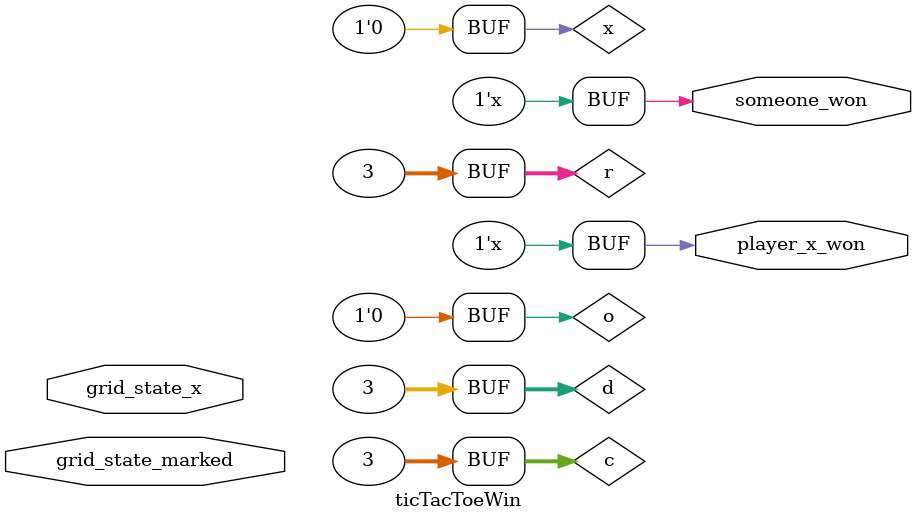
<source format=v>
module ticTacToeWin(grid_state_marked, grid_state_x, 
			someone_won,
		     	player_x_won);
input wire [8:0] grid_state_marked;
input wire [8:0] grid_state_x;
output reg someone_won;
output reg player_x_won;
integer r, c, d;
reg x, o;

always @(grid_state_marked, grid_state_x) begin

	// Check rows
	for (r = 0; r < 3; r = r + 1) begin
		x = 0;
		o = 0;
		for (c = 0; c < 3; c = c + 1) begin
			x = x & grid_state_marked[r*3 + c] & grid_state_x[r*3 + c];
			o = o & grid_state_marked[r*3 + c] & ~grid_state_x[r*3 + c];
		end
		if (x) begin
			someone_won = 1;
			player_x_won = 1;
		end
		if (o) begin
			someone_won = 1;
			player_x_won = 0;
		end
	end

	// Check columns
	for (c = 0; c < 3; c = c + 1) begin
		x = 0;
		o = 0;
		for (r = 0; r < 3; r = r + 1) begin
			x = x & grid_state_marked[r*3 + c] & grid_state_x[r*3 + c];
			o = o & grid_state_marked[r*3 + c] & ~grid_state_x[r*3 + c];
		end
		if (x) begin
			someone_won = 1;
			player_x_won = 1;
		end
		if (o) begin
			someone_won = 1;
			player_x_won = 0;
		end
	end

	// Check diagonal
	x = 0;
	o = 0;
	for (d = 0; d < 3; d = d + 1) begin
		x = x & grid_state_marked[d*3 + d] & grid_state_x[d*3 + d];
		o = o & grid_state_marked[d*3 + d] & ~grid_state_x[d*3 + d];
	end
	if (x) begin
		someone_won = 1;
		player_x_won = 1;
	end
	if (o) begin
		someone_won = 1;
		player_x_won = 0;
	end
	// Check diagonal 2
	x = 0;
	o = 0;
	for (d = 0; d < 3; d = d + 1) begin
		x = x & grid_state_marked[d*3 + (2-d)] & grid_state_x[d*3 + (2-d)];
		o = o & grid_state_marked[d*3 + (2-d)] & ~grid_state_x[d*3 + (2-d)];
	end
	if (x) begin
		someone_won = 1;
		player_x_won = 1;
	end
	if (o) begin
		someone_won = 1;
		player_x_won = 0;
	end
end
endmodule
</source>
